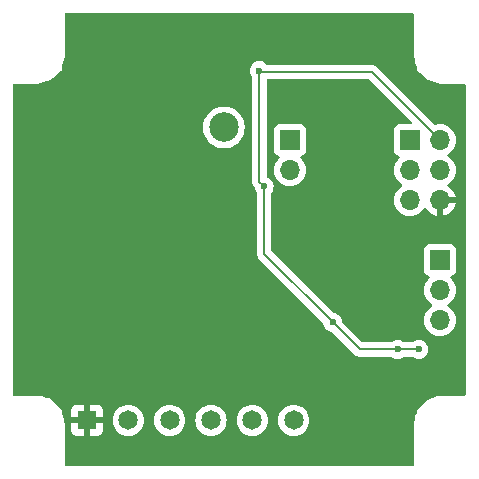
<source format=gbl>
G04 #@! TF.GenerationSoftware,KiCad,Pcbnew,8.0.8*
G04 #@! TF.CreationDate,2025-03-05T20:48:14-06:00*
G04 #@! TF.ProjectId,Incipit11,496e6369-7069-4743-9131-2e6b69636164,A*
G04 #@! TF.SameCoordinates,Original*
G04 #@! TF.FileFunction,Copper,L2,Bot*
G04 #@! TF.FilePolarity,Positive*
%FSLAX46Y46*%
G04 Gerber Fmt 4.6, Leading zero omitted, Abs format (unit mm)*
G04 Created by KiCad (PCBNEW 8.0.8) date 2025-03-05 20:48:14*
%MOMM*%
%LPD*%
G01*
G04 APERTURE LIST*
G04 #@! TA.AperFunction,ComponentPad*
%ADD10R,1.650000X1.650000*%
G04 #@! TD*
G04 #@! TA.AperFunction,ComponentPad*
%ADD11C,1.650000*%
G04 #@! TD*
G04 #@! TA.AperFunction,ComponentPad*
%ADD12R,1.700000X1.700000*%
G04 #@! TD*
G04 #@! TA.AperFunction,ComponentPad*
%ADD13O,1.700000X1.700000*%
G04 #@! TD*
G04 #@! TA.AperFunction,SMDPad,CuDef*
%ADD14C,2.500000*%
G04 #@! TD*
G04 #@! TA.AperFunction,ViaPad*
%ADD15C,0.600000*%
G04 #@! TD*
G04 #@! TA.AperFunction,Conductor*
%ADD16C,0.200000*%
G04 #@! TD*
G04 APERTURE END LIST*
D10*
X76800000Y-105000000D03*
D11*
X80300000Y-105000000D03*
X83800000Y-105000000D03*
X87300000Y-105000000D03*
X90800000Y-105000000D03*
X94300000Y-105000000D03*
D12*
X93980000Y-81280000D03*
D13*
X93980000Y-83820000D03*
D12*
X106680000Y-91440000D03*
D13*
X106680000Y-93980000D03*
X106680000Y-96520000D03*
D12*
X104140000Y-81280000D03*
D13*
X106680000Y-81280000D03*
X104140000Y-83820000D03*
X106680000Y-83820000D03*
X104140000Y-86360000D03*
X106680000Y-86360000D03*
D14*
X88400000Y-80200000D03*
D15*
X104900000Y-99000000D03*
X103100000Y-99000000D03*
X91400000Y-75400000D03*
X91800000Y-85200000D03*
X97600000Y-96700000D03*
X108100000Y-77400000D03*
X95300000Y-78600000D03*
X98000000Y-71200000D03*
X71600000Y-77400000D03*
X81600000Y-82600000D03*
X96200000Y-96700000D03*
X87900000Y-93000000D03*
X104000000Y-73100000D03*
X97800000Y-94900000D03*
X78800000Y-73700000D03*
X90200000Y-82300000D03*
X86500000Y-71600000D03*
X100400000Y-76900000D03*
X77700000Y-82600000D03*
X107300000Y-101100000D03*
X89200000Y-71600000D03*
X100500000Y-107800000D03*
X80900000Y-79200000D03*
X98100000Y-78600000D03*
X89900000Y-77100000D03*
X80800000Y-96400000D03*
X88400000Y-80200000D03*
D16*
X97600000Y-96700000D02*
X99900000Y-99000000D01*
X91400000Y-75400000D02*
X91400000Y-84800000D01*
X91400000Y-84800000D02*
X91800000Y-85200000D01*
X91500000Y-75500000D02*
X100900000Y-75500000D01*
X91800000Y-90900000D02*
X97600000Y-96700000D01*
X91800000Y-85200000D02*
X91800000Y-90900000D01*
X91400000Y-75400000D02*
X91500000Y-75500000D01*
X99900000Y-99000000D02*
X103100000Y-99000000D01*
X100900000Y-75500000D02*
X106680000Y-81280000D01*
X103100000Y-99000000D02*
X104900000Y-99000000D01*
G04 #@! TA.AperFunction,Conductor*
G36*
X104442539Y-70520185D02*
G01*
X104488294Y-70572989D01*
X104499500Y-70624500D01*
X104499500Y-73934108D01*
X104499500Y-74000000D01*
X104499500Y-74151252D01*
X104535963Y-74451551D01*
X104576159Y-74614632D01*
X104608358Y-74745271D01*
X104633169Y-74810691D01*
X104682370Y-74940423D01*
X104691942Y-74965660D01*
X104700000Y-75009631D01*
X104700000Y-75400000D01*
X105149400Y-75688900D01*
X105175160Y-75710978D01*
X105228642Y-75771346D01*
X105228661Y-75771364D01*
X105455072Y-75971947D01*
X105455078Y-75971952D01*
X105704026Y-76143787D01*
X105704035Y-76143793D01*
X105971882Y-76284371D01*
X105971886Y-76284372D01*
X105971887Y-76284373D01*
X106010568Y-76299043D01*
X106254727Y-76391641D01*
X106254731Y-76391642D01*
X106254734Y-76391643D01*
X106548449Y-76464037D01*
X106799661Y-76494539D01*
X106848746Y-76500500D01*
X106848748Y-76500500D01*
X106934108Y-76500500D01*
X108775500Y-76500500D01*
X108842539Y-76520185D01*
X108888294Y-76572989D01*
X108899500Y-76624500D01*
X108899500Y-102775500D01*
X108879815Y-102842539D01*
X108827011Y-102888294D01*
X108775500Y-102899500D01*
X106848746Y-102899500D01*
X106698598Y-102917731D01*
X106548449Y-102935963D01*
X106429602Y-102965255D01*
X106254727Y-103008358D01*
X105971882Y-103115628D01*
X105704035Y-103256206D01*
X105704026Y-103256212D01*
X105455078Y-103428047D01*
X105455072Y-103428052D01*
X105228652Y-103628643D01*
X105028042Y-103855085D01*
X105028038Y-103855090D01*
X105025924Y-103858153D01*
X104995962Y-103888596D01*
X104700000Y-104099999D01*
X104700000Y-104390367D01*
X104691942Y-104434338D01*
X104608358Y-104654727D01*
X104584876Y-104750000D01*
X104535963Y-104948449D01*
X104521377Y-105068568D01*
X104499500Y-105248745D01*
X104499500Y-108775500D01*
X104479815Y-108842539D01*
X104427011Y-108888294D01*
X104375500Y-108899500D01*
X75024500Y-108899500D01*
X74957461Y-108879815D01*
X74911706Y-108827011D01*
X74900500Y-108775500D01*
X74900500Y-105248745D01*
X74892235Y-105180680D01*
X74864037Y-104948449D01*
X74791643Y-104654734D01*
X74791642Y-104654731D01*
X74791641Y-104654727D01*
X74708058Y-104434338D01*
X74700000Y-104390367D01*
X74700000Y-104127155D01*
X75475000Y-104127155D01*
X75475000Y-104750000D01*
X76309252Y-104750000D01*
X76287482Y-104787708D01*
X76250000Y-104927591D01*
X76250000Y-105072409D01*
X76287482Y-105212292D01*
X76309252Y-105250000D01*
X75475000Y-105250000D01*
X75475000Y-105872844D01*
X75481401Y-105932372D01*
X75481403Y-105932379D01*
X75531645Y-106067086D01*
X75531649Y-106067093D01*
X75617809Y-106182187D01*
X75617812Y-106182190D01*
X75732906Y-106268350D01*
X75732913Y-106268354D01*
X75867620Y-106318596D01*
X75867627Y-106318598D01*
X75927155Y-106324999D01*
X75927172Y-106325000D01*
X76550000Y-106325000D01*
X76550000Y-105490747D01*
X76587708Y-105512518D01*
X76727591Y-105550000D01*
X76872409Y-105550000D01*
X77012292Y-105512518D01*
X77050000Y-105490747D01*
X77050000Y-106325000D01*
X77672828Y-106325000D01*
X77672844Y-106324999D01*
X77732372Y-106318598D01*
X77732379Y-106318596D01*
X77867086Y-106268354D01*
X77867093Y-106268350D01*
X77982187Y-106182190D01*
X77982190Y-106182187D01*
X78068350Y-106067093D01*
X78068354Y-106067086D01*
X78118596Y-105932379D01*
X78118598Y-105932372D01*
X78124999Y-105872844D01*
X78125000Y-105872827D01*
X78125000Y-105250000D01*
X77290748Y-105250000D01*
X77312518Y-105212292D01*
X77350000Y-105072409D01*
X77350000Y-104999998D01*
X78969437Y-104999998D01*
X78969437Y-105000001D01*
X78989650Y-105231044D01*
X78989651Y-105231051D01*
X79049678Y-105455074D01*
X79049679Y-105455076D01*
X79049680Y-105455079D01*
X79147699Y-105665282D01*
X79280730Y-105855269D01*
X79444731Y-106019270D01*
X79634718Y-106152301D01*
X79844921Y-106250320D01*
X80068950Y-106310349D01*
X80233985Y-106324787D01*
X80299998Y-106330563D01*
X80300000Y-106330563D01*
X80300002Y-106330563D01*
X80363586Y-106325000D01*
X80531050Y-106310349D01*
X80755079Y-106250320D01*
X80965282Y-106152301D01*
X81155269Y-106019270D01*
X81319270Y-105855269D01*
X81452301Y-105665282D01*
X81550320Y-105455079D01*
X81610349Y-105231050D01*
X81630563Y-105000000D01*
X81630563Y-104999998D01*
X82469437Y-104999998D01*
X82469437Y-105000001D01*
X82489650Y-105231044D01*
X82489651Y-105231051D01*
X82549678Y-105455074D01*
X82549679Y-105455076D01*
X82549680Y-105455079D01*
X82647699Y-105665282D01*
X82780730Y-105855269D01*
X82944731Y-106019270D01*
X83134718Y-106152301D01*
X83344921Y-106250320D01*
X83568950Y-106310349D01*
X83733985Y-106324787D01*
X83799998Y-106330563D01*
X83800000Y-106330563D01*
X83800002Y-106330563D01*
X83863586Y-106325000D01*
X84031050Y-106310349D01*
X84255079Y-106250320D01*
X84465282Y-106152301D01*
X84655269Y-106019270D01*
X84819270Y-105855269D01*
X84952301Y-105665282D01*
X85050320Y-105455079D01*
X85110349Y-105231050D01*
X85130563Y-105000000D01*
X85130563Y-104999998D01*
X85969437Y-104999998D01*
X85969437Y-105000001D01*
X85989650Y-105231044D01*
X85989651Y-105231051D01*
X86049678Y-105455074D01*
X86049679Y-105455076D01*
X86049680Y-105455079D01*
X86147699Y-105665282D01*
X86280730Y-105855269D01*
X86444731Y-106019270D01*
X86634718Y-106152301D01*
X86844921Y-106250320D01*
X87068950Y-106310349D01*
X87233985Y-106324787D01*
X87299998Y-106330563D01*
X87300000Y-106330563D01*
X87300002Y-106330563D01*
X87363586Y-106325000D01*
X87531050Y-106310349D01*
X87755079Y-106250320D01*
X87965282Y-106152301D01*
X88155269Y-106019270D01*
X88319270Y-105855269D01*
X88452301Y-105665282D01*
X88550320Y-105455079D01*
X88610349Y-105231050D01*
X88630563Y-105000000D01*
X88630563Y-104999998D01*
X89469437Y-104999998D01*
X89469437Y-105000001D01*
X89489650Y-105231044D01*
X89489651Y-105231051D01*
X89549678Y-105455074D01*
X89549679Y-105455076D01*
X89549680Y-105455079D01*
X89647699Y-105665282D01*
X89780730Y-105855269D01*
X89944731Y-106019270D01*
X90134718Y-106152301D01*
X90344921Y-106250320D01*
X90568950Y-106310349D01*
X90733985Y-106324787D01*
X90799998Y-106330563D01*
X90800000Y-106330563D01*
X90800002Y-106330563D01*
X90863586Y-106325000D01*
X91031050Y-106310349D01*
X91255079Y-106250320D01*
X91465282Y-106152301D01*
X91655269Y-106019270D01*
X91819270Y-105855269D01*
X91952301Y-105665282D01*
X92050320Y-105455079D01*
X92110349Y-105231050D01*
X92130563Y-105000000D01*
X92130563Y-104999998D01*
X92969437Y-104999998D01*
X92969437Y-105000001D01*
X92989650Y-105231044D01*
X92989651Y-105231051D01*
X93049678Y-105455074D01*
X93049679Y-105455076D01*
X93049680Y-105455079D01*
X93147699Y-105665282D01*
X93280730Y-105855269D01*
X93444731Y-106019270D01*
X93634718Y-106152301D01*
X93844921Y-106250320D01*
X94068950Y-106310349D01*
X94233985Y-106324787D01*
X94299998Y-106330563D01*
X94300000Y-106330563D01*
X94300002Y-106330563D01*
X94363586Y-106325000D01*
X94531050Y-106310349D01*
X94755079Y-106250320D01*
X94965282Y-106152301D01*
X95155269Y-106019270D01*
X95319270Y-105855269D01*
X95452301Y-105665282D01*
X95550320Y-105455079D01*
X95610349Y-105231050D01*
X95630563Y-105000000D01*
X95610349Y-104768950D01*
X95550320Y-104544921D01*
X95452301Y-104334719D01*
X95452299Y-104334716D01*
X95452298Y-104334714D01*
X95319273Y-104144735D01*
X95319268Y-104144729D01*
X95155269Y-103980730D01*
X95155263Y-103980726D01*
X94965282Y-103847699D01*
X94755079Y-103749680D01*
X94755076Y-103749679D01*
X94755074Y-103749678D01*
X94531051Y-103689651D01*
X94531044Y-103689650D01*
X94300002Y-103669437D01*
X94299998Y-103669437D01*
X94068955Y-103689650D01*
X94068948Y-103689651D01*
X93844917Y-103749681D01*
X93634718Y-103847699D01*
X93634714Y-103847701D01*
X93444735Y-103980726D01*
X93444729Y-103980731D01*
X93280731Y-104144729D01*
X93280726Y-104144735D01*
X93147701Y-104334714D01*
X93147699Y-104334718D01*
X93049681Y-104544917D01*
X92989651Y-104768948D01*
X92989650Y-104768955D01*
X92969437Y-104999998D01*
X92130563Y-104999998D01*
X92110349Y-104768950D01*
X92050320Y-104544921D01*
X91952301Y-104334719D01*
X91952299Y-104334716D01*
X91952298Y-104334714D01*
X91819273Y-104144735D01*
X91819268Y-104144729D01*
X91655269Y-103980730D01*
X91655263Y-103980726D01*
X91465282Y-103847699D01*
X91255079Y-103749680D01*
X91255076Y-103749679D01*
X91255074Y-103749678D01*
X91031051Y-103689651D01*
X91031044Y-103689650D01*
X90800002Y-103669437D01*
X90799998Y-103669437D01*
X90568955Y-103689650D01*
X90568948Y-103689651D01*
X90344917Y-103749681D01*
X90134718Y-103847699D01*
X90134714Y-103847701D01*
X89944735Y-103980726D01*
X89944729Y-103980731D01*
X89780731Y-104144729D01*
X89780726Y-104144735D01*
X89647701Y-104334714D01*
X89647699Y-104334718D01*
X89549681Y-104544917D01*
X89489651Y-104768948D01*
X89489650Y-104768955D01*
X89469437Y-104999998D01*
X88630563Y-104999998D01*
X88610349Y-104768950D01*
X88550320Y-104544921D01*
X88452301Y-104334719D01*
X88452299Y-104334716D01*
X88452298Y-104334714D01*
X88319273Y-104144735D01*
X88319268Y-104144729D01*
X88155269Y-103980730D01*
X88155263Y-103980726D01*
X87965282Y-103847699D01*
X87755079Y-103749680D01*
X87755076Y-103749679D01*
X87755074Y-103749678D01*
X87531051Y-103689651D01*
X87531044Y-103689650D01*
X87300002Y-103669437D01*
X87299998Y-103669437D01*
X87068955Y-103689650D01*
X87068948Y-103689651D01*
X86844917Y-103749681D01*
X86634718Y-103847699D01*
X86634714Y-103847701D01*
X86444735Y-103980726D01*
X86444729Y-103980731D01*
X86280731Y-104144729D01*
X86280726Y-104144735D01*
X86147701Y-104334714D01*
X86147699Y-104334718D01*
X86049681Y-104544917D01*
X85989651Y-104768948D01*
X85989650Y-104768955D01*
X85969437Y-104999998D01*
X85130563Y-104999998D01*
X85110349Y-104768950D01*
X85050320Y-104544921D01*
X84952301Y-104334719D01*
X84952299Y-104334716D01*
X84952298Y-104334714D01*
X84819273Y-104144735D01*
X84819268Y-104144729D01*
X84655269Y-103980730D01*
X84655263Y-103980726D01*
X84465282Y-103847699D01*
X84255079Y-103749680D01*
X84255076Y-103749679D01*
X84255074Y-103749678D01*
X84031051Y-103689651D01*
X84031044Y-103689650D01*
X83800002Y-103669437D01*
X83799998Y-103669437D01*
X83568955Y-103689650D01*
X83568948Y-103689651D01*
X83344917Y-103749681D01*
X83134718Y-103847699D01*
X83134714Y-103847701D01*
X82944735Y-103980726D01*
X82944729Y-103980731D01*
X82780731Y-104144729D01*
X82780726Y-104144735D01*
X82647701Y-104334714D01*
X82647699Y-104334718D01*
X82549681Y-104544917D01*
X82489651Y-104768948D01*
X82489650Y-104768955D01*
X82469437Y-104999998D01*
X81630563Y-104999998D01*
X81610349Y-104768950D01*
X81550320Y-104544921D01*
X81452301Y-104334719D01*
X81452299Y-104334716D01*
X81452298Y-104334714D01*
X81319273Y-104144735D01*
X81319268Y-104144729D01*
X81155269Y-103980730D01*
X81155263Y-103980726D01*
X80965282Y-103847699D01*
X80755079Y-103749680D01*
X80755076Y-103749679D01*
X80755074Y-103749678D01*
X80531051Y-103689651D01*
X80531044Y-103689650D01*
X80300002Y-103669437D01*
X80299998Y-103669437D01*
X80068955Y-103689650D01*
X80068948Y-103689651D01*
X79844917Y-103749681D01*
X79634718Y-103847699D01*
X79634714Y-103847701D01*
X79444735Y-103980726D01*
X79444729Y-103980731D01*
X79280731Y-104144729D01*
X79280726Y-104144735D01*
X79147701Y-104334714D01*
X79147699Y-104334718D01*
X79049681Y-104544917D01*
X78989651Y-104768948D01*
X78989650Y-104768955D01*
X78969437Y-104999998D01*
X77350000Y-104999998D01*
X77350000Y-104927591D01*
X77312518Y-104787708D01*
X77290748Y-104750000D01*
X78125000Y-104750000D01*
X78125000Y-104127172D01*
X78124999Y-104127155D01*
X78118598Y-104067627D01*
X78118596Y-104067620D01*
X78068354Y-103932913D01*
X78068350Y-103932906D01*
X77982190Y-103817812D01*
X77982187Y-103817809D01*
X77867093Y-103731649D01*
X77867086Y-103731645D01*
X77732379Y-103681403D01*
X77732372Y-103681401D01*
X77672844Y-103675000D01*
X77050000Y-103675000D01*
X77050000Y-104509252D01*
X77012292Y-104487482D01*
X76872409Y-104450000D01*
X76727591Y-104450000D01*
X76587708Y-104487482D01*
X76550000Y-104509252D01*
X76550000Y-103675000D01*
X75927155Y-103675000D01*
X75867627Y-103681401D01*
X75867620Y-103681403D01*
X75732913Y-103731645D01*
X75732906Y-103731649D01*
X75617812Y-103817809D01*
X75617809Y-103817812D01*
X75531649Y-103932906D01*
X75531645Y-103932913D01*
X75481403Y-104067620D01*
X75481401Y-104067627D01*
X75475000Y-104127155D01*
X74700000Y-104127155D01*
X74700000Y-104099999D01*
X73600001Y-103100001D01*
X73600000Y-103100000D01*
X73599999Y-103100000D01*
X73409632Y-103100000D01*
X73365661Y-103091942D01*
X73145272Y-103008358D01*
X73029820Y-102979902D01*
X72851551Y-102935963D01*
X72671371Y-102914085D01*
X72551254Y-102899500D01*
X72551252Y-102899500D01*
X72465892Y-102899500D01*
X70624500Y-102899500D01*
X70557461Y-102879815D01*
X70511706Y-102827011D01*
X70500500Y-102775500D01*
X70500500Y-80199995D01*
X86644592Y-80199995D01*
X86644592Y-80200004D01*
X86664196Y-80461620D01*
X86664197Y-80461625D01*
X86722576Y-80717402D01*
X86722578Y-80717411D01*
X86722580Y-80717416D01*
X86818432Y-80961643D01*
X86949614Y-81188857D01*
X87081736Y-81354533D01*
X87113198Y-81393985D01*
X87244068Y-81515413D01*
X87305521Y-81572433D01*
X87522296Y-81720228D01*
X87522301Y-81720230D01*
X87522302Y-81720231D01*
X87522303Y-81720232D01*
X87570959Y-81743663D01*
X87758673Y-81834061D01*
X87758674Y-81834061D01*
X87758677Y-81834063D01*
X88009385Y-81911396D01*
X88268818Y-81950500D01*
X88531182Y-81950500D01*
X88790615Y-81911396D01*
X89041323Y-81834063D01*
X89277704Y-81720228D01*
X89494479Y-81572433D01*
X89686805Y-81393981D01*
X89850386Y-81188857D01*
X89981568Y-80961643D01*
X90077420Y-80717416D01*
X90135802Y-80461630D01*
X90155408Y-80200000D01*
X90148361Y-80105967D01*
X90135803Y-79938379D01*
X90135802Y-79938374D01*
X90135802Y-79938370D01*
X90077420Y-79682584D01*
X89981568Y-79438357D01*
X89850386Y-79211143D01*
X89686805Y-79006019D01*
X89686804Y-79006018D01*
X89686801Y-79006014D01*
X89494479Y-78827567D01*
X89277704Y-78679772D01*
X89277700Y-78679770D01*
X89277697Y-78679768D01*
X89277696Y-78679767D01*
X89041325Y-78565938D01*
X89041327Y-78565938D01*
X88790623Y-78488606D01*
X88790619Y-78488605D01*
X88790615Y-78488604D01*
X88665823Y-78469794D01*
X88531187Y-78449500D01*
X88531182Y-78449500D01*
X88268818Y-78449500D01*
X88268812Y-78449500D01*
X88107247Y-78473853D01*
X88009385Y-78488604D01*
X88009382Y-78488605D01*
X88009376Y-78488606D01*
X87758673Y-78565938D01*
X87522303Y-78679767D01*
X87522302Y-78679768D01*
X87305520Y-78827567D01*
X87113198Y-79006014D01*
X86949614Y-79211143D01*
X86818432Y-79438356D01*
X86722582Y-79682578D01*
X86722576Y-79682597D01*
X86664197Y-79938374D01*
X86664196Y-79938379D01*
X86644592Y-80199995D01*
X70500500Y-80199995D01*
X70500500Y-76624500D01*
X70520185Y-76557461D01*
X70572989Y-76511706D01*
X70624500Y-76500500D01*
X72551254Y-76500500D01*
X72596630Y-76494990D01*
X72851551Y-76464037D01*
X73145266Y-76391643D01*
X73145269Y-76391641D01*
X73145272Y-76391641D01*
X73365661Y-76308058D01*
X73388747Y-76303827D01*
X73399996Y-76300000D01*
X73400000Y-76300000D01*
X73400003Y-76299997D01*
X73401736Y-76299408D01*
X73424936Y-76286467D01*
X73424688Y-76285915D01*
X73428108Y-76284375D01*
X73428108Y-76284374D01*
X73428113Y-76284373D01*
X73695967Y-76143792D01*
X73944924Y-75971950D01*
X74171352Y-75771352D01*
X74343474Y-75577066D01*
X74360666Y-75561025D01*
X74570005Y-75399996D01*
X90594435Y-75399996D01*
X90594435Y-75400003D01*
X90614630Y-75579249D01*
X90614631Y-75579254D01*
X90674211Y-75749523D01*
X90770185Y-75902263D01*
X90772445Y-75905097D01*
X90773334Y-75907275D01*
X90773889Y-75908158D01*
X90773734Y-75908255D01*
X90798855Y-75969783D01*
X90799500Y-75982412D01*
X90799500Y-84713330D01*
X90799499Y-84713348D01*
X90799499Y-84879054D01*
X90799498Y-84879054D01*
X90840423Y-85031785D01*
X90869358Y-85081900D01*
X90869359Y-85081904D01*
X90869360Y-85081904D01*
X90911596Y-85155061D01*
X90919479Y-85168714D01*
X90919481Y-85168717D01*
X90969298Y-85218534D01*
X91002783Y-85279857D01*
X91004837Y-85292331D01*
X91014630Y-85379249D01*
X91074210Y-85549521D01*
X91122197Y-85625892D01*
X91157716Y-85682420D01*
X91170185Y-85702263D01*
X91172445Y-85705097D01*
X91173334Y-85707275D01*
X91173889Y-85708158D01*
X91173734Y-85708255D01*
X91198855Y-85769783D01*
X91199500Y-85782412D01*
X91199500Y-90813330D01*
X91199499Y-90813348D01*
X91199499Y-90979054D01*
X91199498Y-90979054D01*
X91240424Y-91131787D01*
X91249879Y-91148163D01*
X91249880Y-91148165D01*
X91319477Y-91268712D01*
X91319481Y-91268717D01*
X91438349Y-91387585D01*
X91438355Y-91387590D01*
X96769298Y-96718534D01*
X96802783Y-96779857D01*
X96804837Y-96792331D01*
X96814630Y-96879249D01*
X96874210Y-97049521D01*
X96874211Y-97049522D01*
X96970184Y-97202262D01*
X97097738Y-97329816D01*
X97250478Y-97425789D01*
X97420745Y-97485368D01*
X97507669Y-97495161D01*
X97572080Y-97522226D01*
X97581465Y-97530700D01*
X99415139Y-99364374D01*
X99415149Y-99364385D01*
X99419479Y-99368715D01*
X99419480Y-99368716D01*
X99531284Y-99480520D01*
X99618095Y-99530639D01*
X99618097Y-99530641D01*
X99668213Y-99559576D01*
X99668215Y-99559577D01*
X99820942Y-99600500D01*
X99820943Y-99600500D01*
X102517588Y-99600500D01*
X102584627Y-99620185D01*
X102594903Y-99627555D01*
X102597736Y-99629814D01*
X102597738Y-99629816D01*
X102750478Y-99725789D01*
X102920745Y-99785368D01*
X102920750Y-99785369D01*
X103099996Y-99805565D01*
X103100000Y-99805565D01*
X103100004Y-99805565D01*
X103279249Y-99785369D01*
X103279252Y-99785368D01*
X103279255Y-99785368D01*
X103449522Y-99725789D01*
X103602262Y-99629816D01*
X103602267Y-99629810D01*
X103605097Y-99627555D01*
X103607275Y-99626665D01*
X103608158Y-99626111D01*
X103608255Y-99626265D01*
X103669783Y-99601145D01*
X103682412Y-99600500D01*
X104317588Y-99600500D01*
X104384627Y-99620185D01*
X104394903Y-99627555D01*
X104397736Y-99629814D01*
X104397738Y-99629816D01*
X104550478Y-99725789D01*
X104720745Y-99785368D01*
X104720750Y-99785369D01*
X104899996Y-99805565D01*
X104900000Y-99805565D01*
X104900004Y-99805565D01*
X105079249Y-99785369D01*
X105079252Y-99785368D01*
X105079255Y-99785368D01*
X105249522Y-99725789D01*
X105402262Y-99629816D01*
X105529816Y-99502262D01*
X105625789Y-99349522D01*
X105685368Y-99179255D01*
X105705565Y-99000000D01*
X105685368Y-98820745D01*
X105625789Y-98650478D01*
X105529816Y-98497738D01*
X105402262Y-98370184D01*
X105391117Y-98363181D01*
X105249523Y-98274211D01*
X105079254Y-98214631D01*
X105079249Y-98214630D01*
X104900004Y-98194435D01*
X104899996Y-98194435D01*
X104720750Y-98214630D01*
X104720745Y-98214631D01*
X104550476Y-98274211D01*
X104397736Y-98370185D01*
X104394903Y-98372445D01*
X104392724Y-98373334D01*
X104391842Y-98373889D01*
X104391744Y-98373734D01*
X104330217Y-98398855D01*
X104317588Y-98399500D01*
X103682412Y-98399500D01*
X103615373Y-98379815D01*
X103605097Y-98372445D01*
X103602263Y-98370185D01*
X103602262Y-98370184D01*
X103545496Y-98334515D01*
X103449523Y-98274211D01*
X103279254Y-98214631D01*
X103279249Y-98214630D01*
X103100004Y-98194435D01*
X103099996Y-98194435D01*
X102920750Y-98214630D01*
X102920745Y-98214631D01*
X102750476Y-98274211D01*
X102597736Y-98370185D01*
X102594903Y-98372445D01*
X102592724Y-98373334D01*
X102591842Y-98373889D01*
X102591744Y-98373734D01*
X102530217Y-98398855D01*
X102517588Y-98399500D01*
X100200097Y-98399500D01*
X100133058Y-98379815D01*
X100112416Y-98363181D01*
X98430700Y-96681465D01*
X98397215Y-96620142D01*
X98395163Y-96607686D01*
X98385368Y-96520745D01*
X98325789Y-96350478D01*
X98229816Y-96197738D01*
X98102262Y-96070184D01*
X98080225Y-96056337D01*
X97949521Y-95974210D01*
X97779249Y-95914630D01*
X97692331Y-95904837D01*
X97627917Y-95877770D01*
X97618534Y-95869298D01*
X95729235Y-93979999D01*
X105324341Y-93979999D01*
X105324341Y-93980000D01*
X105344936Y-94215403D01*
X105344938Y-94215413D01*
X105406094Y-94443655D01*
X105406096Y-94443659D01*
X105406097Y-94443663D01*
X105505965Y-94657830D01*
X105505967Y-94657834D01*
X105641501Y-94851395D01*
X105641506Y-94851402D01*
X105808597Y-95018493D01*
X105808603Y-95018498D01*
X105994158Y-95148425D01*
X106037783Y-95203002D01*
X106044977Y-95272500D01*
X106013454Y-95334855D01*
X105994158Y-95351575D01*
X105808597Y-95481505D01*
X105641505Y-95648597D01*
X105505965Y-95842169D01*
X105505964Y-95842171D01*
X105406098Y-96056335D01*
X105406094Y-96056344D01*
X105344938Y-96284586D01*
X105344936Y-96284596D01*
X105324341Y-96519999D01*
X105324341Y-96520000D01*
X105344936Y-96755403D01*
X105344938Y-96755413D01*
X105406094Y-96983655D01*
X105406096Y-96983659D01*
X105406097Y-96983663D01*
X105436808Y-97049522D01*
X105505965Y-97197830D01*
X105505967Y-97197834D01*
X105509068Y-97202262D01*
X105641505Y-97391401D01*
X105808599Y-97558495D01*
X105905384Y-97626265D01*
X106002165Y-97694032D01*
X106002167Y-97694033D01*
X106002170Y-97694035D01*
X106216337Y-97793903D01*
X106444592Y-97855063D01*
X106632918Y-97871539D01*
X106679999Y-97875659D01*
X106680000Y-97875659D01*
X106680001Y-97875659D01*
X106719234Y-97872226D01*
X106915408Y-97855063D01*
X107143663Y-97793903D01*
X107357830Y-97694035D01*
X107551401Y-97558495D01*
X107718495Y-97391401D01*
X107854035Y-97197830D01*
X107953903Y-96983663D01*
X108015063Y-96755408D01*
X108035659Y-96520000D01*
X108015063Y-96284592D01*
X107953903Y-96056337D01*
X107854035Y-95842171D01*
X107718495Y-95648599D01*
X107718494Y-95648597D01*
X107551402Y-95481506D01*
X107551396Y-95481501D01*
X107365842Y-95351575D01*
X107322217Y-95296998D01*
X107315023Y-95227500D01*
X107346546Y-95165145D01*
X107365842Y-95148425D01*
X107388026Y-95132891D01*
X107551401Y-95018495D01*
X107718495Y-94851401D01*
X107854035Y-94657830D01*
X107953903Y-94443663D01*
X108015063Y-94215408D01*
X108035659Y-93980000D01*
X108015063Y-93744592D01*
X107953903Y-93516337D01*
X107854035Y-93302171D01*
X107718495Y-93108599D01*
X107596567Y-92986671D01*
X107563084Y-92925351D01*
X107568068Y-92855659D01*
X107609939Y-92799725D01*
X107640915Y-92782810D01*
X107772331Y-92733796D01*
X107887546Y-92647546D01*
X107973796Y-92532331D01*
X108024091Y-92397483D01*
X108030500Y-92337873D01*
X108030499Y-90542128D01*
X108024091Y-90482517D01*
X107973796Y-90347669D01*
X107973795Y-90347668D01*
X107973793Y-90347664D01*
X107887547Y-90232455D01*
X107887544Y-90232452D01*
X107772335Y-90146206D01*
X107772328Y-90146202D01*
X107637482Y-90095908D01*
X107637483Y-90095908D01*
X107577883Y-90089501D01*
X107577881Y-90089500D01*
X107577873Y-90089500D01*
X107577864Y-90089500D01*
X105782129Y-90089500D01*
X105782123Y-90089501D01*
X105722516Y-90095908D01*
X105587671Y-90146202D01*
X105587664Y-90146206D01*
X105472455Y-90232452D01*
X105472452Y-90232455D01*
X105386206Y-90347664D01*
X105386202Y-90347671D01*
X105335908Y-90482517D01*
X105329501Y-90542116D01*
X105329501Y-90542123D01*
X105329500Y-90542135D01*
X105329500Y-92337870D01*
X105329501Y-92337876D01*
X105335908Y-92397483D01*
X105386202Y-92532328D01*
X105386206Y-92532335D01*
X105472452Y-92647544D01*
X105472455Y-92647547D01*
X105587664Y-92733793D01*
X105587671Y-92733797D01*
X105719081Y-92782810D01*
X105775015Y-92824681D01*
X105799432Y-92890145D01*
X105784580Y-92958418D01*
X105763430Y-92986673D01*
X105641503Y-93108600D01*
X105505965Y-93302169D01*
X105505964Y-93302171D01*
X105406098Y-93516335D01*
X105406094Y-93516344D01*
X105344938Y-93744586D01*
X105344936Y-93744596D01*
X105324341Y-93979999D01*
X95729235Y-93979999D01*
X92436819Y-90687583D01*
X92403334Y-90626260D01*
X92400500Y-90599902D01*
X92400500Y-85782412D01*
X92420185Y-85715373D01*
X92427555Y-85705097D01*
X92429810Y-85702267D01*
X92429816Y-85702262D01*
X92525789Y-85549522D01*
X92585368Y-85379255D01*
X92585369Y-85379249D01*
X92605565Y-85200003D01*
X92605565Y-85199996D01*
X92585369Y-85020750D01*
X92585368Y-85020745D01*
X92528594Y-84858495D01*
X92525789Y-84850478D01*
X92429816Y-84697738D01*
X92302262Y-84570184D01*
X92149524Y-84474212D01*
X92149523Y-84474211D01*
X92083544Y-84451124D01*
X92026769Y-84410402D01*
X92001022Y-84345449D01*
X92000500Y-84334083D01*
X92000500Y-83819999D01*
X92624341Y-83819999D01*
X92624341Y-83820000D01*
X92644936Y-84055403D01*
X92644938Y-84055413D01*
X92706094Y-84283655D01*
X92706096Y-84283659D01*
X92706097Y-84283663D01*
X92765197Y-84410402D01*
X92805965Y-84497830D01*
X92805967Y-84497834D01*
X92914281Y-84652521D01*
X92941505Y-84691401D01*
X93108599Y-84858495D01*
X93137965Y-84879057D01*
X93302165Y-84994032D01*
X93302167Y-84994033D01*
X93302170Y-84994035D01*
X93516337Y-85093903D01*
X93744592Y-85155063D01*
X93932918Y-85171539D01*
X93979999Y-85175659D01*
X93980000Y-85175659D01*
X93980001Y-85175659D01*
X94019234Y-85172226D01*
X94215408Y-85155063D01*
X94443663Y-85093903D01*
X94657830Y-84994035D01*
X94851401Y-84858495D01*
X95018495Y-84691401D01*
X95154035Y-84497830D01*
X95253903Y-84283663D01*
X95315063Y-84055408D01*
X95335659Y-83820000D01*
X95315063Y-83584592D01*
X95253903Y-83356337D01*
X95154035Y-83142171D01*
X95148424Y-83134158D01*
X95018496Y-82948600D01*
X95018493Y-82948597D01*
X94896567Y-82826671D01*
X94863084Y-82765351D01*
X94868068Y-82695659D01*
X94909939Y-82639725D01*
X94940915Y-82622810D01*
X95072331Y-82573796D01*
X95187546Y-82487546D01*
X95273796Y-82372331D01*
X95324091Y-82237483D01*
X95330500Y-82177873D01*
X95330499Y-80382128D01*
X95324091Y-80322517D01*
X95278393Y-80199995D01*
X95273797Y-80187671D01*
X95273793Y-80187664D01*
X95187547Y-80072455D01*
X95187544Y-80072452D01*
X95072335Y-79986206D01*
X95072328Y-79986202D01*
X94937482Y-79935908D01*
X94937483Y-79935908D01*
X94877883Y-79929501D01*
X94877881Y-79929500D01*
X94877873Y-79929500D01*
X94877864Y-79929500D01*
X93082129Y-79929500D01*
X93082123Y-79929501D01*
X93022516Y-79935908D01*
X92887671Y-79986202D01*
X92887664Y-79986206D01*
X92772455Y-80072452D01*
X92772452Y-80072455D01*
X92686206Y-80187664D01*
X92686202Y-80187671D01*
X92635908Y-80322517D01*
X92629501Y-80382116D01*
X92629501Y-80382123D01*
X92629500Y-80382135D01*
X92629500Y-82177870D01*
X92629501Y-82177876D01*
X92635908Y-82237483D01*
X92686202Y-82372328D01*
X92686206Y-82372335D01*
X92772452Y-82487544D01*
X92772455Y-82487547D01*
X92887664Y-82573793D01*
X92887671Y-82573797D01*
X93019081Y-82622810D01*
X93075015Y-82664681D01*
X93099432Y-82730145D01*
X93084580Y-82798418D01*
X93063430Y-82826673D01*
X92941503Y-82948600D01*
X92805965Y-83142169D01*
X92805964Y-83142171D01*
X92706098Y-83356335D01*
X92706094Y-83356344D01*
X92644938Y-83584586D01*
X92644936Y-83584596D01*
X92624341Y-83819999D01*
X92000500Y-83819999D01*
X92000500Y-76224500D01*
X92020185Y-76157461D01*
X92072989Y-76111706D01*
X92124500Y-76100500D01*
X100599903Y-76100500D01*
X100666942Y-76120185D01*
X100687584Y-76136819D01*
X104268584Y-79717819D01*
X104302069Y-79779142D01*
X104297085Y-79848834D01*
X104255213Y-79904767D01*
X104189749Y-79929184D01*
X104180903Y-79929500D01*
X103242129Y-79929500D01*
X103242123Y-79929501D01*
X103182516Y-79935908D01*
X103047671Y-79986202D01*
X103047664Y-79986206D01*
X102932455Y-80072452D01*
X102932452Y-80072455D01*
X102846206Y-80187664D01*
X102846202Y-80187671D01*
X102795908Y-80322517D01*
X102789501Y-80382116D01*
X102789501Y-80382123D01*
X102789500Y-80382135D01*
X102789500Y-82177870D01*
X102789501Y-82177876D01*
X102795908Y-82237483D01*
X102846202Y-82372328D01*
X102846206Y-82372335D01*
X102932452Y-82487544D01*
X102932455Y-82487547D01*
X103047664Y-82573793D01*
X103047671Y-82573797D01*
X103179081Y-82622810D01*
X103235015Y-82664681D01*
X103259432Y-82730145D01*
X103244580Y-82798418D01*
X103223430Y-82826673D01*
X103101503Y-82948600D01*
X102965965Y-83142169D01*
X102965964Y-83142171D01*
X102866098Y-83356335D01*
X102866094Y-83356344D01*
X102804938Y-83584586D01*
X102804936Y-83584596D01*
X102784341Y-83819999D01*
X102784341Y-83820000D01*
X102804936Y-84055403D01*
X102804938Y-84055413D01*
X102866094Y-84283655D01*
X102866096Y-84283659D01*
X102866097Y-84283663D01*
X102925197Y-84410402D01*
X102965965Y-84497830D01*
X102965967Y-84497834D01*
X103074281Y-84652521D01*
X103101501Y-84691396D01*
X103101506Y-84691402D01*
X103268597Y-84858493D01*
X103268603Y-84858498D01*
X103454158Y-84988425D01*
X103497783Y-85043002D01*
X103504977Y-85112500D01*
X103473454Y-85174855D01*
X103454158Y-85191575D01*
X103268597Y-85321505D01*
X103101505Y-85488597D01*
X102965965Y-85682169D01*
X102965964Y-85682171D01*
X102866098Y-85896335D01*
X102866094Y-85896344D01*
X102804938Y-86124586D01*
X102804936Y-86124596D01*
X102784341Y-86359999D01*
X102784341Y-86360000D01*
X102804936Y-86595403D01*
X102804938Y-86595413D01*
X102866094Y-86823655D01*
X102866096Y-86823659D01*
X102866097Y-86823663D01*
X102949155Y-87001781D01*
X102965965Y-87037830D01*
X102965967Y-87037834D01*
X103074281Y-87192521D01*
X103101505Y-87231401D01*
X103268599Y-87398495D01*
X103365384Y-87466265D01*
X103462165Y-87534032D01*
X103462167Y-87534033D01*
X103462170Y-87534035D01*
X103676337Y-87633903D01*
X103904592Y-87695063D01*
X104092918Y-87711539D01*
X104139999Y-87715659D01*
X104140000Y-87715659D01*
X104140001Y-87715659D01*
X104179234Y-87712226D01*
X104375408Y-87695063D01*
X104603663Y-87633903D01*
X104817830Y-87534035D01*
X105011401Y-87398495D01*
X105178495Y-87231401D01*
X105308730Y-87045405D01*
X105363307Y-87001781D01*
X105432805Y-86994587D01*
X105495160Y-87026110D01*
X105511879Y-87045405D01*
X105641890Y-87231078D01*
X105808917Y-87398105D01*
X106002421Y-87533600D01*
X106216507Y-87633429D01*
X106216516Y-87633433D01*
X106430000Y-87690634D01*
X106430000Y-86793012D01*
X106487007Y-86825925D01*
X106614174Y-86860000D01*
X106745826Y-86860000D01*
X106872993Y-86825925D01*
X106930000Y-86793012D01*
X106930000Y-87690633D01*
X107143483Y-87633433D01*
X107143492Y-87633429D01*
X107357578Y-87533600D01*
X107551082Y-87398105D01*
X107718105Y-87231082D01*
X107853600Y-87037578D01*
X107953429Y-86823492D01*
X107953432Y-86823486D01*
X108010636Y-86610000D01*
X107113012Y-86610000D01*
X107145925Y-86552993D01*
X107180000Y-86425826D01*
X107180000Y-86294174D01*
X107145925Y-86167007D01*
X107113012Y-86110000D01*
X108010636Y-86110000D01*
X108010635Y-86109999D01*
X107953432Y-85896513D01*
X107953429Y-85896507D01*
X107853600Y-85682422D01*
X107853599Y-85682420D01*
X107718113Y-85488926D01*
X107718108Y-85488920D01*
X107551078Y-85321890D01*
X107365405Y-85191879D01*
X107321780Y-85137302D01*
X107314588Y-85067804D01*
X107346110Y-85005449D01*
X107365406Y-84988730D01*
X107522035Y-84879057D01*
X107551401Y-84858495D01*
X107718495Y-84691401D01*
X107854035Y-84497830D01*
X107953903Y-84283663D01*
X108015063Y-84055408D01*
X108035659Y-83820000D01*
X108015063Y-83584592D01*
X107953903Y-83356337D01*
X107854035Y-83142171D01*
X107848425Y-83134158D01*
X107718494Y-82948597D01*
X107551402Y-82781506D01*
X107551396Y-82781501D01*
X107365842Y-82651575D01*
X107322217Y-82596998D01*
X107315023Y-82527500D01*
X107346546Y-82465145D01*
X107365842Y-82448425D01*
X107388026Y-82432891D01*
X107551401Y-82318495D01*
X107718495Y-82151401D01*
X107854035Y-81957830D01*
X107953903Y-81743663D01*
X108015063Y-81515408D01*
X108035659Y-81280000D01*
X108015063Y-81044592D01*
X107953903Y-80816337D01*
X107854035Y-80602171D01*
X107718495Y-80408599D01*
X107718494Y-80408597D01*
X107551402Y-80241506D01*
X107551395Y-80241501D01*
X107357834Y-80105967D01*
X107357830Y-80105965D01*
X107143663Y-80006097D01*
X107143659Y-80006096D01*
X107143655Y-80006094D01*
X106915413Y-79944938D01*
X106915403Y-79944936D01*
X106680001Y-79924341D01*
X106679999Y-79924341D01*
X106444596Y-79944936D01*
X106444583Y-79944939D01*
X106316241Y-79979327D01*
X106246392Y-79977664D01*
X106196468Y-79947233D01*
X101387590Y-75138355D01*
X101387588Y-75138352D01*
X101268717Y-75019481D01*
X101268716Y-75019480D01*
X101181904Y-74969360D01*
X101181904Y-74969359D01*
X101181900Y-74969358D01*
X101131785Y-74940423D01*
X100979057Y-74899499D01*
X100820943Y-74899499D01*
X100813347Y-74899499D01*
X100813331Y-74899500D01*
X92082941Y-74899500D01*
X92015902Y-74879815D01*
X91995260Y-74863182D01*
X91902262Y-74770184D01*
X91857961Y-74742348D01*
X91749523Y-74674211D01*
X91579254Y-74614631D01*
X91579249Y-74614630D01*
X91400004Y-74594435D01*
X91399996Y-74594435D01*
X91220750Y-74614630D01*
X91220745Y-74614631D01*
X91050476Y-74674211D01*
X90897737Y-74770184D01*
X90770184Y-74897737D01*
X90674211Y-75050476D01*
X90614631Y-75220745D01*
X90614630Y-75220750D01*
X90594435Y-75399996D01*
X74570005Y-75399996D01*
X74700000Y-75300000D01*
X74700000Y-75009631D01*
X74708058Y-74965660D01*
X74717630Y-74940423D01*
X74791643Y-74745266D01*
X74864037Y-74451551D01*
X74900500Y-74151252D01*
X74900500Y-74000000D01*
X74900500Y-73934108D01*
X74900500Y-70624500D01*
X74920185Y-70557461D01*
X74972989Y-70511706D01*
X75024500Y-70500500D01*
X104375500Y-70500500D01*
X104442539Y-70520185D01*
G37*
G04 #@! TD.AperFunction*
M02*

</source>
